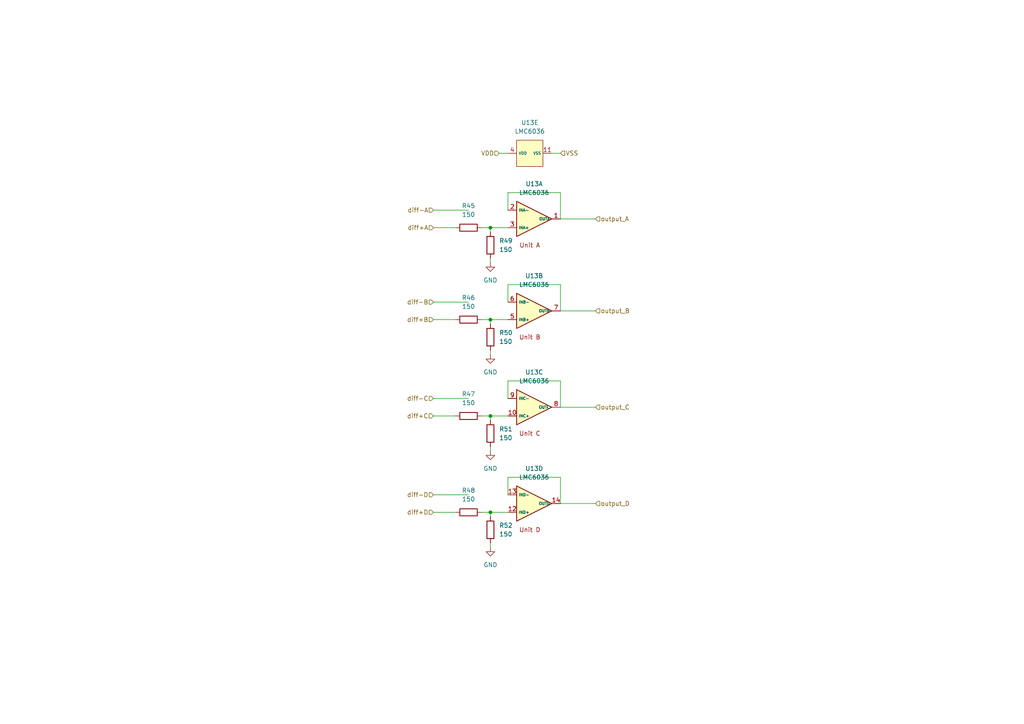
<source format=kicad_sch>
(kicad_sch (version 20210621) (generator eeschema)
  (paper "A4")
  (lib_symbols
    (symbol "Device:R" (pin_numbers hide) (pin_names (offset 0))
      (property "Reference" "R" (at 2.032 0 90))
      (property "Value" "R" (at 0 0 90))
      (symbol "R_0_1"
        (rectangle (start -1.016 -2.54) (end 1.016 2.54) (stroke (width 0.254)))
      )
      (symbol "R_1_1"
        (pin passive line (at 0 3.81 270) (length 1.27) (name "~") (number "1"))
        (pin passive line (at 0 -3.81 90) (length 1.27) (name "~") (number "2"))
      )
    )
    (symbol "LMC6036_custom:LMC6036"
      (property "Reference" "U" (at 1.905 0 0))
      (property "Value" "LMC6036" (at -11.43 0 0))
      (symbol "LMC6036_1_1"
        (text "Unit A" (at 0 -7.62 0) (effects (font (size 1.27 1.27))))
        (polyline (pts (xy -3.81 5.08) (xy 6.35 0) (xy -3.81 -5.08) (xy -3.81 5.08)) (stroke (width 0.254)) (fill (type background)))
        (pin output line (at 8.89 0 180) (length 2.54) (name "OUTA") (number "1"))
        (pin input line (at -6.35 2.54 0) (length 2.54) (name "INA-") (number "2"))
        (pin input line (at -6.35 -2.54 0) (length 2.54) (name "INA+") (number "3"))
      )
      (symbol "LMC6036_2_1"
        (text "Unit B" (at 0 -7.62 0) (effects (font (size 1.27 1.27))))
        (polyline (pts (xy -3.81 5.08) (xy 6.35 0) (xy -3.81 -5.08) (xy -3.81 5.08)) (stroke (width 0.254)) (fill (type background)))
        (pin input line (at -6.35 -2.54 0) (length 2.54) (name "INB+") (number "5"))
        (pin input line (at -6.35 2.54 0) (length 2.54) (name "INB-") (number "6"))
        (pin output line (at 8.89 0 180) (length 2.54) (name "OUTB") (number "7"))
      )
      (symbol "LMC6036_3_1"
        (text "Unit C" (at 0 -7.62 0) (effects (font (size 1.27 1.27))))
        (polyline (pts (xy -3.81 5.08) (xy 6.35 0) (xy -3.81 -5.08) (xy -3.81 5.08)) (stroke (width 0.254)) (fill (type background)))
        (pin input line (at -6.35 -2.54 0) (length 2.54) (name "INC+") (number "10"))
        (pin output line (at 8.89 0 180) (length 2.54) (name "OUTC") (number "8"))
        (pin input line (at -6.35 2.54 0) (length 2.54) (name "INC-") (number "9"))
      )
      (symbol "LMC6036_4_1"
        (text "Unit D" (at 0 -7.62 0) (effects (font (size 1.27 1.27))))
        (polyline (pts (xy -3.81 5.08) (xy 6.35 0) (xy -3.81 -5.08) (xy -3.81 5.08)) (stroke (width 0.254)) (fill (type background)))
        (pin input line (at -6.35 -2.54 0) (length 2.54) (name "IND+") (number "12"))
        (pin input line (at -6.35 2.54 0) (length 2.54) (name "IND-") (number "13"))
        (pin output line (at 8.89 0 180) (length 2.54) (name "OUTD") (number "14"))
      )
      (symbol "LMC6036_5_1"
        (rectangle (start -3.81 3.81) (end 3.81 -3.81) (stroke (width 0.1524)) (fill (type background)))
        (pin power_in line (at 0 -6.35 90) (length 2.54) (name "VSS") (number "11"))
        (pin power_in line (at 0 6.35 270) (length 2.54) (name "VDD") (number "4"))
      )
    )
    (symbol "power:GND" (power) (pin_names (offset 0))
      (property "Value" "GND" (at 0 -3.81 0))
      (symbol "GND_0_1"
        (polyline (pts (xy 0 0) (xy 0 -1.27) (xy 1.27 -1.27) (xy 0 -2.54) (xy -1.27 -1.27) (xy 0 -1.27)))
      )
      (symbol "GND_1_1"
        (pin power_in line (at 0 0 270) (length 0) hide (name "GND") (number "1"))
      )
    )
  )
  (junction (at 142.24 66.04))
  (junction (at 142.24 92.71))
  (junction (at 142.24 120.65))
  (junction (at 142.24 148.59))
  (wire (pts (xy 125.73 60.96) (xy 135.89 60.96)))
  (wire (pts (xy 125.73 66.04) (xy 132.08 66.04)))
  (wire (pts (xy 125.73 87.63) (xy 135.89 87.63)))
  (wire (pts (xy 125.73 92.71) (xy 132.08 92.71)))
  (wire (pts (xy 125.73 115.57) (xy 135.89 115.57)))
  (wire (pts (xy 125.73 120.65) (xy 132.08 120.65)))
  (wire (pts (xy 125.73 143.51) (xy 135.89 143.51)))
  (wire (pts (xy 125.73 148.59) (xy 132.08 148.59)))
  (wire (pts (xy 139.7 66.04) (xy 142.24 66.04)))
  (wire (pts (xy 139.7 92.71) (xy 142.24 92.71)))
  (wire (pts (xy 139.7 120.65) (xy 142.24 120.65)))
  (wire (pts (xy 139.7 148.59) (xy 142.24 148.59)))
  (wire (pts (xy 142.24 66.04) (xy 142.24 67.31)))
  (wire (pts (xy 142.24 66.04) (xy 147.32 66.04)))
  (wire (pts (xy 142.24 74.93) (xy 142.24 76.2)))
  (wire (pts (xy 142.24 92.71) (xy 142.24 93.98)))
  (wire (pts (xy 142.24 92.71) (xy 147.32 92.71)))
  (wire (pts (xy 142.24 101.6) (xy 142.24 102.87)))
  (wire (pts (xy 142.24 120.65) (xy 142.24 121.92)))
  (wire (pts (xy 142.24 120.65) (xy 147.32 120.65)))
  (wire (pts (xy 142.24 129.54) (xy 142.24 130.81)))
  (wire (pts (xy 142.24 148.59) (xy 142.24 149.86)))
  (wire (pts (xy 142.24 148.59) (xy 147.32 148.59)))
  (wire (pts (xy 142.24 157.48) (xy 142.24 158.75)))
  (wire (pts (xy 144.78 44.45) (xy 147.32 44.45)))
  (wire (pts (xy 147.32 55.88) (xy 147.32 60.96)))
  (wire (pts (xy 147.32 55.88) (xy 162.56 55.88)))
  (wire (pts (xy 147.32 82.55) (xy 147.32 87.63)))
  (wire (pts (xy 147.32 82.55) (xy 162.56 82.55)))
  (wire (pts (xy 147.32 110.49) (xy 147.32 115.57)))
  (wire (pts (xy 147.32 110.49) (xy 162.56 110.49)))
  (wire (pts (xy 147.32 138.43) (xy 147.32 143.51)))
  (wire (pts (xy 147.32 138.43) (xy 162.56 138.43)))
  (wire (pts (xy 160.02 44.45) (xy 162.56 44.45)))
  (wire (pts (xy 162.56 55.88) (xy 162.56 63.5)))
  (wire (pts (xy 162.56 63.5) (xy 172.72 63.5)))
  (wire (pts (xy 162.56 82.55) (xy 162.56 90.17)))
  (wire (pts (xy 162.56 90.17) (xy 172.72 90.17)))
  (wire (pts (xy 162.56 110.49) (xy 162.56 118.11)))
  (wire (pts (xy 162.56 118.11) (xy 172.72 118.11)))
  (wire (pts (xy 162.56 138.43) (xy 162.56 146.05)))
  (wire (pts (xy 162.56 146.05) (xy 172.72 146.05)))
  (hierarchical_label "diff-A" (shape input) (at 125.73 60.96 180))
  (hierarchical_label "diff+A" (shape input) (at 125.73 66.04 180))
  (hierarchical_label "diff-B" (shape input) (at 125.73 87.63 180))
  (hierarchical_label "diff+B" (shape input) (at 125.73 92.71 180))
  (hierarchical_label "diff-C" (shape input) (at 125.73 115.57 180))
  (hierarchical_label "diff+C" (shape input) (at 125.73 120.65 180))
  (hierarchical_label "diff-D" (shape input) (at 125.73 143.51 180))
  (hierarchical_label "diff+D" (shape input) (at 125.73 148.59 180))
  (hierarchical_label "VDD" (shape input) (at 144.78 44.45 180))
  (hierarchical_label "VSS" (shape input) (at 162.56 44.45 0))
  (hierarchical_label "output_A" (shape input) (at 172.72 63.5 0))
  (hierarchical_label "output_B" (shape input) (at 172.72 90.17 0))
  (hierarchical_label "output_C" (shape input) (at 172.72 118.11 0))
  (hierarchical_label "output_D" (shape input) (at 172.72 146.05 0))
  (symbol (lib_id "power:GND") (at 142.24 76.2 0) (unit 1)
    (property "Reference" "#PWR0177" (effects hide))
    (property "Value" "GND" (at 142.24 81.28 0))
  )
  (symbol (lib_id "power:GND") (at 142.24 102.87 0) (unit 1)
    (property "Reference" "#PWR0179" (effects hide))
    (property "Value" "GND" (at 142.24 107.95 0))
  )
  (symbol (lib_id "power:GND") (at 142.24 130.81 0) (unit 1)
    (property "Reference" "#PWR0178" (effects hide))
    (property "Value" "GND" (at 142.24 135.89 0))
  )
  (symbol (lib_id "power:GND") (at 142.24 158.75 0) (unit 1)
    (property "Reference" "#PWR0180" (effects hide))
    (property "Value" "GND" (at 142.24 163.83 0))
  )
  (symbol (lib_id "Device:R") (at 135.89 66.04 270) (unit 1)
    (property "Reference" "R45" (at 135.89 59.69 90))
    (property "Value" "150" (at 135.89 62.23 90))
    (property "Footprint" "Resistor_SMD:R_0603_1608Metric" (effects hide))
  )
  (symbol (lib_id "Device:R") (at 135.89 92.71 270) (unit 1)
    (property "Reference" "R46" (at 135.89 86.36 90))
    (property "Value" "150" (at 135.89 88.9 90))
    (property "Footprint" "Resistor_SMD:R_0603_1608Metric" (effects hide))
  )
  (symbol (lib_id "Device:R") (at 135.89 120.65 270) (unit 1)
    (property "Reference" "R47" (at 135.89 114.3 90))
    (property "Value" "150" (at 135.89 116.84 90))
    (property "Footprint" "Resistor_SMD:R_0603_1608Metric" (effects hide))
  )
  (symbol (lib_id "Device:R") (at 135.89 148.59 270) (unit 1)
    (property "Reference" "R48" (at 135.89 142.24 90))
    (property "Value" "150" (at 135.89 144.78 90))
    (property "Footprint" "Resistor_SMD:R_0603_1608Metric" (effects hide))
  )
  (symbol (lib_id "Device:R") (at 142.24 71.12 0) (unit 1)
    (property "Reference" "R49" (at 144.78 69.8499 0) (effects (justify left)))
    (property "Value" "150" (at 144.78 72.3899 0) (effects (justify left)))
    (property "Footprint" "Resistor_SMD:R_0603_1608Metric" (effects hide))
  )
  (symbol (lib_id "Device:R") (at 142.24 97.79 0) (unit 1)
    (property "Reference" "R50" (at 144.78 96.5199 0) (effects (justify left)))
    (property "Value" "150" (at 144.78 99.0599 0) (effects (justify left)))
    (property "Footprint" "Resistor_SMD:R_0603_1608Metric" (effects hide))
  )
  (symbol (lib_id "Device:R") (at 142.24 125.73 0) (unit 1)
    (property "Reference" "R51" (at 144.78 124.4599 0) (effects (justify left)))
    (property "Value" "150" (at 144.78 126.9999 0) (effects (justify left)))
    (property "Footprint" "Resistor_SMD:R_0603_1608Metric" (effects hide))
  )
  (symbol (lib_id "Device:R") (at 142.24 153.67 0) (unit 1)
    (property "Reference" "R52" (at 144.78 152.3999 0) (effects (justify left)))
    (property "Value" "150" (at 144.78 154.9399 0) (effects (justify left)))
    (property "Footprint" "Resistor_SMD:R_0603_1608Metric" (effects hide))
  )
  (symbol (lib_id "LMC6036_custom:LMC6036") (at 153.67 44.45 90) (unit 5)
    (property "Reference" "U13" (at 153.67 35.56 90))
    (property "Value" "LMC6036" (at 153.67 38.1 90))
    (property "Footprint" "LMC6036:SOP65P640X120-14N" (effects hide))
  )
  (symbol (lib_id "LMC6036_custom:LMC6036") (at 153.67 63.5 0) (unit 1)
    (property "Reference" "U13" (at 154.94 53.34 0))
    (property "Value" "LMC6036" (at 154.94 55.88 0))
    (property "Footprint" "LMC6036:SOP65P640X120-14N" (effects hide))
  )
  (symbol (lib_id "LMC6036_custom:LMC6036") (at 153.67 90.17 0) (unit 2)
    (property "Reference" "U13" (at 154.94 80.01 0))
    (property "Value" "LMC6036" (at 154.94 82.55 0))
    (property "Footprint" "LMC6036:SOP65P640X120-14N" (effects hide))
  )
  (symbol (lib_id "LMC6036_custom:LMC6036") (at 153.67 118.11 0) (unit 3)
    (property "Reference" "U13" (at 154.94 107.95 0))
    (property "Value" "LMC6036" (at 154.94 110.49 0))
    (property "Footprint" "LMC6036:SOP65P640X120-14N" (effects hide))
  )
  (symbol (lib_id "LMC6036_custom:LMC6036") (at 153.67 146.05 0) (unit 4)
    (property "Reference" "U13" (at 154.94 135.89 0))
    (property "Value" "LMC6036" (at 154.94 138.43 0))
    (property "Footprint" "LMC6036:SOP65P640X120-14N" (effects hide))
  )
)
</source>
